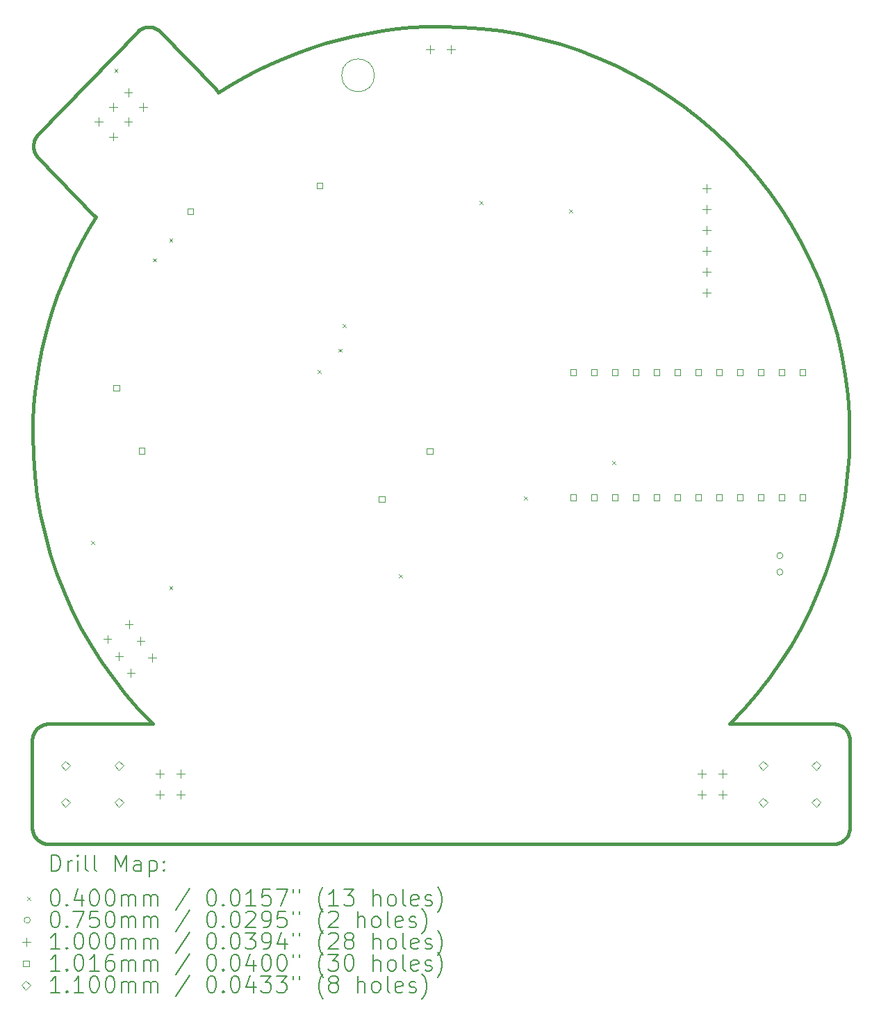
<source format=gbr>
%TF.GenerationSoftware,KiCad,Pcbnew,(6.0.7)*%
%TF.CreationDate,2022-08-23T13:49:27-07:00*%
%TF.ProjectId,DC31_Cnet_Badge_Rear,44433331-5f43-46e6-9574-5f4261646765,rev?*%
%TF.SameCoordinates,Original*%
%TF.FileFunction,Drillmap*%
%TF.FilePolarity,Positive*%
%FSLAX45Y45*%
G04 Gerber Fmt 4.5, Leading zero omitted, Abs format (unit mm)*
G04 Created by KiCad (PCBNEW (6.0.7)) date 2022-08-23 13:49:27*
%MOMM*%
%LPD*%
G01*
G04 APERTURE LIST*
%ADD10C,0.464309*%
%ADD11C,0.100000*%
%ADD12C,0.200000*%
%ADD13C,0.040000*%
%ADD14C,0.075000*%
%ADD15C,0.101600*%
%ADD16C,0.110000*%
G04 APERTURE END LIST*
D10*
X5073216Y-6602949D02*
X5079168Y-6610837D01*
X5043101Y-6541155D02*
X5046119Y-6550571D01*
X14908316Y-14935425D02*
X14915572Y-14929139D01*
X14977031Y-14821412D02*
X14978790Y-14811563D01*
X6488676Y-5036275D02*
X6479281Y-5034088D01*
X5021218Y-14811560D02*
X5022976Y-14821408D01*
X5040529Y-6531587D02*
X5043101Y-6541155D01*
X14390504Y-7656459D02*
X14270788Y-7444780D01*
X12126495Y-5500375D02*
X11904531Y-5402028D01*
X9283583Y-5076226D02*
X9106970Y-5105473D01*
X5787985Y-7341927D02*
X5791178Y-7344440D01*
X5188434Y-14978788D02*
X5198442Y-14980061D01*
X5092243Y-6338368D02*
X5092243Y-6338368D01*
X5019174Y-14791398D02*
X5019946Y-14801553D01*
X5178598Y-13522977D02*
X5168923Y-13525210D01*
X14811563Y-14978790D02*
X14821412Y-14977031D01*
X5027907Y-13659431D02*
X5025212Y-13668921D01*
X14980063Y-13698454D02*
X14978792Y-13688447D01*
X5862782Y-12761324D02*
X6003501Y-12960998D01*
X5064585Y-13591692D02*
X5058648Y-13599247D01*
X13519128Y-6480857D02*
X13340298Y-6310679D01*
X5208598Y-14980834D02*
X5218889Y-14981096D01*
X6365412Y-5045614D02*
X6356636Y-5049629D01*
X5053072Y-13607087D02*
X5047870Y-13615201D01*
X10975449Y-5119708D02*
X10734912Y-5077740D01*
X5046119Y-6550571D02*
X5049576Y-6559819D01*
X5018914Y-14781108D02*
X5018914Y-14781108D01*
X6374367Y-5042045D02*
X6365412Y-5045614D01*
X12960890Y-5999756D02*
X12761126Y-5859349D01*
X14867820Y-13538641D02*
X14858962Y-13534636D01*
X6339686Y-5058971D02*
X6331544Y-5064285D01*
X5067663Y-6369315D02*
X5062515Y-6377723D01*
X14922526Y-13577497D02*
X14915581Y-13570876D01*
X14831087Y-14974797D02*
X14840577Y-14972102D01*
X6411656Y-5032374D02*
X6402145Y-5034088D01*
X5047870Y-13615201D02*
X5043055Y-13623576D01*
X13514416Y-13518912D02*
X13684910Y-13340229D01*
X5141048Y-14965372D02*
X5150129Y-14968953D01*
X14781120Y-13518912D02*
X14781120Y-13518912D01*
X13996465Y-12961056D02*
X14137188Y-12761383D01*
X14961377Y-13632205D02*
X14956961Y-13623583D01*
X14981096Y-13718899D02*
X14981096Y-13718899D01*
X9640134Y-5036822D02*
X9461360Y-5053326D01*
X5018914Y-13718899D02*
X5018914Y-14781108D01*
X14952139Y-14884806D02*
X14956955Y-14876432D01*
X5023203Y-10000004D02*
X5023203Y-10000004D01*
X14970441Y-10246896D02*
X14976808Y-10000005D01*
X7756051Y-5561932D02*
X7597443Y-5646051D01*
X14387674Y-12343903D02*
X14497098Y-12126914D01*
X5048058Y-10492073D02*
X5078511Y-10735168D01*
X6323646Y-5070017D02*
X6316007Y-5076161D01*
X6579852Y-5089659D02*
X6579852Y-5089659D01*
X5178586Y-14977028D02*
X5188434Y-14978788D01*
X5794422Y-7346885D02*
X5794422Y-7346885D01*
X9461360Y-5053326D02*
X9283583Y-5076226D01*
X5067663Y-6594793D02*
X5073216Y-6602949D01*
X13514416Y-13518912D02*
X13514416Y-13518912D01*
X5051891Y-9474340D02*
X5036172Y-9648842D01*
X14935425Y-14908316D02*
X14941362Y-14900761D01*
X7266380Y-5799185D02*
X7262038Y-5794224D01*
X5702996Y-7497184D02*
X5617122Y-7650279D01*
X5272618Y-8452250D02*
X5221007Y-8618853D01*
X7257537Y-5789409D02*
X7257537Y-5789409D01*
X5150129Y-14968953D02*
X5159421Y-14972098D01*
X14970691Y-9753216D02*
X14952454Y-9508103D01*
X5218889Y-14981096D02*
X5218889Y-14981096D01*
X5062515Y-6377723D02*
X5057781Y-6386366D01*
X5038633Y-14867802D02*
X5043049Y-14876425D01*
X7288905Y-5831784D02*
X7285586Y-5826035D01*
X5141059Y-13534631D02*
X5132201Y-13538636D01*
X14821412Y-14977031D02*
X14831087Y-14974797D01*
X5084438Y-13570869D02*
X5077492Y-13577490D01*
X14978790Y-14811563D02*
X14980062Y-14801555D01*
X5123567Y-14956949D02*
X5132190Y-14961366D01*
X6392750Y-5036275D02*
X6383485Y-5038930D01*
X13684910Y-13340229D02*
X13845649Y-13154141D01*
X5077492Y-13577490D02*
X5070870Y-13584436D01*
X10000005Y-5023203D02*
X9819738Y-5026764D01*
X5049576Y-6404290D02*
X5046119Y-6413538D01*
X14801555Y-14980062D02*
X14811563Y-14978790D01*
X14981096Y-14781108D02*
X14981096Y-14781108D01*
X8931688Y-5141016D02*
X8757906Y-5182806D01*
X5462212Y-7964236D02*
X5393266Y-8124786D01*
X14981096Y-13718899D02*
X14980836Y-13708609D01*
X5043049Y-14876425D02*
X5047864Y-14884799D01*
X5099249Y-13558646D02*
X5091694Y-13564583D01*
X5034628Y-14858944D02*
X5038633Y-14867802D01*
X5198454Y-13519945D02*
X5188446Y-13521218D01*
X5019947Y-13698452D02*
X5019174Y-13708608D01*
X5123578Y-13543053D02*
X5115203Y-13547868D01*
X5062515Y-6586385D02*
X5067663Y-6594793D01*
X14974800Y-13668925D02*
X14972106Y-13659436D01*
X9999987Y-5023203D02*
X9999987Y-5023203D01*
X14952146Y-13615208D02*
X14946944Y-13607095D01*
X5034835Y-6471978D02*
X5034593Y-6482054D01*
X7597443Y-5646051D02*
X7441672Y-5736019D01*
X5168911Y-14974794D02*
X5178586Y-14977028D01*
X11678036Y-5314620D02*
X11447419Y-5238317D01*
X5085512Y-6345669D02*
X5079168Y-6353272D01*
X5036172Y-9648842D02*
X5026594Y-9824116D01*
X7441672Y-5736019D02*
X7288905Y-5831784D01*
X5769927Y-7325491D02*
X5772801Y-7328388D01*
X6549882Y-5064285D02*
X6541741Y-5058971D01*
X12555201Y-5729204D02*
X12343521Y-5609490D01*
X12761126Y-5859349D02*
X12555201Y-5729204D01*
X6316007Y-5076161D02*
X6308645Y-5082711D01*
X5781751Y-7336704D02*
X5784842Y-7339348D01*
X5049576Y-6559819D02*
X5053465Y-6568881D01*
X5772801Y-7328388D02*
X5775730Y-7331224D01*
X5316526Y-11678421D02*
X5404232Y-11904911D01*
X5218901Y-13518912D02*
X5208610Y-13519173D01*
X14140641Y-7238855D02*
X14000233Y-7039092D01*
X14781108Y-14981096D02*
X14791399Y-14980835D01*
X5791178Y-7344440D02*
X5794422Y-7346885D01*
X8247224Y-5345157D02*
X8081109Y-5411434D01*
X14952454Y-9508103D02*
X14922266Y-9265073D01*
X5018914Y-14781108D02*
X5019174Y-14791398D01*
X7270559Y-5804288D02*
X7266380Y-5799185D01*
X5084429Y-14929132D02*
X5091685Y-14935418D01*
X7274573Y-5809529D02*
X7270559Y-5804288D01*
X14961371Y-14867809D02*
X14965377Y-14858950D01*
X14821424Y-13522979D02*
X14811576Y-13521220D01*
X5038410Y-6442225D02*
X5036750Y-6452046D01*
X13689307Y-6659686D02*
X13519128Y-6480857D01*
X5769927Y-7325491D02*
X5769927Y-7325491D01*
X5099239Y-14941355D02*
X5107079Y-14946931D01*
X5159421Y-14972098D02*
X5168911Y-14974794D01*
X5022979Y-13678596D02*
X5021220Y-13688444D01*
X14791399Y-14980835D02*
X14801555Y-14980062D01*
X14915572Y-14929139D02*
X14922517Y-14922517D01*
X5208610Y-13519173D02*
X5198454Y-13519945D01*
X5073216Y-6361159D02*
X5067663Y-6369315D01*
X5057781Y-6386366D02*
X5053465Y-6395227D01*
X14849880Y-13531054D02*
X14840588Y-13527909D01*
X5502881Y-12126854D02*
X5612302Y-12343843D01*
X5031052Y-13650139D02*
X5027907Y-13659431D01*
X14867809Y-14961371D02*
X14876432Y-14956955D01*
X7262038Y-5794224D02*
X7257537Y-5789409D01*
X14976808Y-10000005D02*
X14970691Y-9753216D01*
X5035556Y-6502139D02*
X5036750Y-6512062D01*
X14965377Y-14858950D02*
X14968958Y-14849869D01*
X5132190Y-14961366D02*
X5141048Y-14965372D01*
X14876442Y-13543058D02*
X14867820Y-13538641D01*
X6003501Y-12960998D02*
X6154314Y-13154085D01*
X6572781Y-5082711D02*
X6565419Y-5076161D01*
X8585789Y-5230793D02*
X8415506Y-5284926D01*
X14781120Y-13518912D02*
X13514416Y-13518912D01*
X14892930Y-13553076D02*
X14884817Y-13547874D01*
X14595750Y-11904969D02*
X14683460Y-11678477D01*
X14000233Y-7039092D02*
X13849732Y-6845900D01*
X5115193Y-14952133D02*
X5123567Y-14956949D01*
X14900761Y-14941362D02*
X14908316Y-14935425D01*
X5393266Y-8124786D02*
X5330053Y-8287509D01*
X5064577Y-14908308D02*
X5070862Y-14915565D01*
X5188446Y-13521218D02*
X5178598Y-13522977D01*
X5036750Y-6512062D02*
X5038410Y-6521884D01*
X5150141Y-13531050D02*
X5141059Y-13534631D01*
X14761683Y-8552562D02*
X14685379Y-8321944D01*
X5404232Y-11904911D02*
X5502881Y-12126854D01*
X7282090Y-5820407D02*
X7278417Y-5814903D01*
X14974797Y-14831087D02*
X14977031Y-14821412D01*
X14683460Y-11678477D02*
X14760059Y-11447846D01*
X5085512Y-6618440D02*
X5092243Y-6625741D01*
X14956955Y-14876432D02*
X14961371Y-14867809D01*
X5078511Y-10735168D02*
X5120753Y-10975759D01*
X14978792Y-13688447D02*
X14977033Y-13678600D01*
X5135437Y-8957020D02*
X5101568Y-9128274D01*
X14267647Y-12555529D02*
X14387674Y-12343903D01*
X11447419Y-5238317D02*
X11213087Y-5173291D01*
X5073704Y-9300766D02*
X5051891Y-9474340D01*
X5079168Y-6610837D02*
X5085512Y-6618440D01*
X7285586Y-5826035D02*
X7282090Y-5820407D01*
X6460162Y-5031142D02*
X6450470Y-5030397D01*
X5019174Y-13708608D02*
X5018914Y-13718899D01*
X14801567Y-13519947D02*
X14791411Y-13519173D01*
X5107079Y-14946931D02*
X5115193Y-14952133D01*
X5046119Y-6413538D02*
X5043101Y-6422954D01*
X14840577Y-14972102D02*
X14849869Y-14968958D01*
X12343521Y-5609490D02*
X12126495Y-5500375D01*
X14956961Y-13623583D02*
X14952146Y-13615208D01*
X14972102Y-14840577D02*
X14974797Y-14831087D01*
X6301574Y-5089659D02*
X6301574Y-5089659D01*
X14760059Y-11447846D02*
X14825376Y-11213484D01*
X14915581Y-13570876D02*
X14908325Y-13564590D01*
X6301574Y-5089659D02*
X5092243Y-6338368D01*
X5021220Y-13688444D02*
X5019947Y-13698452D01*
X5617122Y-7650279D02*
X5536846Y-7806015D01*
X13519128Y-6480857D02*
X13519128Y-6480857D01*
X14980062Y-14801555D02*
X14980835Y-14791399D01*
X5091694Y-13564583D02*
X5084438Y-13570869D01*
X14935432Y-13591699D02*
X14929147Y-13584443D01*
X5115203Y-13547868D02*
X5107089Y-13553070D01*
X6485542Y-13518861D02*
X5218901Y-13518912D01*
X7288905Y-5831784D02*
X7288905Y-5831784D01*
X6154314Y-13154085D02*
X6315051Y-13340175D01*
X6541741Y-5058971D02*
X6533371Y-5054084D01*
X8081109Y-5411434D02*
X7917329Y-5483709D01*
X6479281Y-5034088D02*
X6469770Y-5032374D01*
X5778714Y-7333996D02*
X5781751Y-7336704D01*
X14965381Y-13641063D02*
X14961377Y-13632205D01*
X14922517Y-14922517D02*
X14929139Y-14915572D01*
X5101568Y-9128274D02*
X5073704Y-9300766D01*
X5053465Y-6395227D02*
X5049576Y-6404290D01*
X5077484Y-14922510D02*
X5084429Y-14929132D01*
X14858950Y-14965377D02*
X14867809Y-14961371D01*
X14968958Y-14849869D02*
X14972102Y-14840577D01*
X14826711Y-8786894D02*
X14761683Y-8552562D01*
X5053065Y-14892913D02*
X5058641Y-14900754D01*
X14831099Y-13525213D02*
X14821424Y-13522979D01*
X6497941Y-5038930D02*
X6488676Y-5036275D01*
X5218901Y-13518912D02*
X5218901Y-13518912D01*
X14858962Y-13534636D02*
X14849880Y-13531054D01*
X6440713Y-5030148D02*
X6440713Y-5030148D01*
X5330053Y-8287509D02*
X5272618Y-8452250D01*
X14840588Y-13527909D02*
X14831099Y-13525213D01*
X5174616Y-11213437D02*
X5239930Y-11447794D01*
X5168923Y-13525210D02*
X5159433Y-13527906D01*
X5092243Y-6625741D02*
X5769927Y-7325491D01*
X6565419Y-5076161D02*
X6557781Y-5070017D01*
X5026594Y-9824116D02*
X5023203Y-10000004D01*
X5091685Y-14935418D02*
X5099239Y-14941355D01*
X5025209Y-14831082D02*
X5027904Y-14840572D01*
X14929147Y-13584443D02*
X14922526Y-13577497D01*
X6469770Y-5032374D02*
X6460162Y-5031142D01*
X14884806Y-14952139D02*
X14892920Y-14946937D01*
X5058648Y-13599247D02*
X5053072Y-13607087D01*
X14781108Y-14981096D02*
X14781108Y-14981096D01*
X5218889Y-14981096D02*
X14781108Y-14981096D01*
X5775730Y-7331224D02*
X5778714Y-7333996D01*
X9106970Y-5105473D02*
X8931688Y-5141016D01*
X6516015Y-5045614D02*
X6507060Y-5042045D01*
X7257537Y-5789409D02*
X6579852Y-5089659D01*
X5038410Y-6521884D02*
X5040529Y-6531587D01*
X9819738Y-5026764D02*
X9640134Y-5036822D01*
X6430956Y-5030397D02*
X6421265Y-5031142D01*
X6331544Y-5064285D02*
X6323646Y-5070017D01*
X5023203Y-10000004D02*
X5029566Y-10246883D01*
X5536846Y-7806015D02*
X5462212Y-7964236D01*
X14946937Y-14892920D02*
X14952139Y-14884806D01*
X14597968Y-8095449D02*
X14499620Y-7873485D01*
X5092243Y-6338368D02*
X5085512Y-6345669D01*
X6421265Y-5031142D02*
X6411656Y-5032374D01*
X5034593Y-6482054D02*
X5034835Y-6492131D01*
X5043101Y-6422954D02*
X5040529Y-6432522D01*
X14968962Y-13650144D02*
X14965381Y-13641063D01*
X14941369Y-13599254D02*
X14935432Y-13591699D01*
X5612302Y-12343843D02*
X5732325Y-12555469D01*
X5036750Y-6452046D02*
X5035556Y-6461969D01*
X14270788Y-7444780D02*
X14140641Y-7238855D01*
X14980836Y-13708609D02*
X14980063Y-13698454D01*
X8415506Y-5284926D02*
X8247224Y-5345157D01*
X5120753Y-10975759D02*
X5174616Y-11213437D01*
X14976808Y-10000005D02*
X14976808Y-10000005D01*
X10246773Y-5029318D02*
X9999987Y-5023203D01*
X14879243Y-10975800D02*
X14921489Y-10735202D01*
X5029566Y-10246883D02*
X5048058Y-10492073D01*
X5784842Y-7339348D02*
X5787985Y-7341927D01*
X5057781Y-6577743D02*
X5062515Y-6586385D01*
X6450470Y-5030397D02*
X6440713Y-5030148D01*
X5053465Y-6568881D02*
X5057781Y-6577743D01*
X10491884Y-5047553D02*
X10246773Y-5029318D01*
X9999987Y-5023203D02*
X10000005Y-5023203D01*
X6507060Y-5042045D02*
X6497941Y-5038930D01*
D11*
X9190000Y-5620000D02*
G75*
G03*
X9190000Y-5620000I-200000J0D01*
G01*
D10*
X5040529Y-6432522D02*
X5038410Y-6442225D01*
X5732325Y-12555469D02*
X5862782Y-12761324D01*
X14811576Y-13521220D02*
X14801567Y-13519947D01*
X5043055Y-13623576D02*
X5038638Y-13632199D01*
X5019946Y-14801553D02*
X5021218Y-14811560D01*
X14849869Y-14968958D02*
X14858950Y-14965377D01*
X14922266Y-9265073D02*
X14880295Y-9024534D01*
X5058641Y-14900754D02*
X5064577Y-14908308D01*
X5070862Y-14915565D02*
X5077484Y-14922510D01*
X5018914Y-13718899D02*
X5018914Y-13718899D01*
X6440713Y-5030148D02*
X6430956Y-5030397D01*
X6402145Y-5034088D02*
X6392750Y-5036275D01*
X5175265Y-8787161D02*
X5135437Y-8957020D01*
X5794422Y-7346885D02*
X5702996Y-7497184D01*
X5221007Y-8618853D02*
X5175265Y-8787161D01*
X14951945Y-10492098D02*
X14970441Y-10246896D01*
X6533371Y-5054084D02*
X6524791Y-5049629D01*
X5132201Y-13538636D02*
X5123578Y-13543053D01*
X8757906Y-5182806D02*
X8585789Y-5230793D01*
X5239930Y-11447794D02*
X5316526Y-11678421D01*
X5025212Y-13668921D02*
X5022979Y-13678596D01*
X5022976Y-14821408D02*
X5025209Y-14831082D01*
X14929139Y-14915572D02*
X14935425Y-14908316D01*
X14941362Y-14900761D02*
X14946937Y-14892920D01*
X5107089Y-13553070D02*
X5099249Y-13558646D01*
X14685379Y-8321944D02*
X14597968Y-8095449D01*
X13845649Y-13154141D02*
X13996465Y-12961056D01*
X7278417Y-5814903D02*
X7274573Y-5809529D01*
X14497098Y-12126914D02*
X14595750Y-11904969D01*
X5070870Y-13584436D02*
X5064585Y-13591692D01*
X14499620Y-7873485D02*
X14390504Y-7656459D01*
X14972106Y-13659436D02*
X14968962Y-13650144D01*
X5034835Y-6492131D02*
X5035556Y-6502139D01*
X6383485Y-5038930D02*
X6374367Y-5042045D01*
X5092243Y-6625741D02*
X5092243Y-6625741D01*
X6356636Y-5049629D02*
X6348055Y-5054084D01*
X14977033Y-13678600D02*
X14974800Y-13668925D01*
X11904531Y-5402028D02*
X11678036Y-5314620D01*
X14791411Y-13519173D02*
X14781120Y-13518912D01*
X14137188Y-12761383D02*
X14267647Y-12555529D01*
X11213087Y-5173291D02*
X10975449Y-5119708D01*
X14825376Y-11213484D02*
X14879243Y-10975800D01*
X5198442Y-14980061D02*
X5208598Y-14980834D01*
X5034633Y-13641057D02*
X5031052Y-13650139D01*
X6579852Y-5089659D02*
X6572781Y-5082711D01*
X5027904Y-14840572D02*
X5031048Y-14849863D01*
X5079168Y-6353272D02*
X5073216Y-6361159D01*
X14921489Y-10735202D02*
X14951945Y-10492098D01*
X13340298Y-6310679D02*
X13154083Y-6150256D01*
X14980835Y-14791399D02*
X14981096Y-14781108D01*
X6348055Y-5054084D02*
X6339686Y-5058971D01*
X5034593Y-6482054D02*
X5034593Y-6482054D01*
X13154083Y-6150256D02*
X12960890Y-5999756D01*
X6315051Y-13340175D02*
X6485542Y-13518861D01*
X14900771Y-13558652D02*
X14892930Y-13553076D01*
X5159433Y-13527906D02*
X5150141Y-13531050D01*
X13849732Y-6845900D02*
X13689307Y-6659686D01*
X10734912Y-5077740D02*
X10491884Y-5047553D01*
X14884817Y-13547874D02*
X14876442Y-13543058D01*
X14946944Y-13607095D02*
X14941369Y-13599254D01*
X14908325Y-13564590D02*
X14900771Y-13558652D01*
X14880295Y-9024534D02*
X14826711Y-8786894D01*
X6524791Y-5049629D02*
X6516015Y-5045614D01*
X5031048Y-14849863D02*
X5034628Y-14858944D01*
X14892920Y-14946937D02*
X14900761Y-14941362D01*
X5047864Y-14884799D02*
X5053065Y-14892913D01*
X14876432Y-14956955D02*
X14884806Y-14952139D01*
X5035556Y-6461969D02*
X5034835Y-6471978D01*
X6308645Y-5082711D02*
X6301574Y-5089659D01*
X6557781Y-5070017D02*
X6549882Y-5064285D01*
X5038638Y-13632199D02*
X5034633Y-13641057D01*
X7917329Y-5483709D02*
X7756051Y-5561932D01*
X6485542Y-13518861D02*
X6485542Y-13518861D01*
X14981096Y-14781108D02*
X14981096Y-13718899D01*
D12*
D13*
X5740000Y-11290000D02*
X5780000Y-11330000D01*
X5780000Y-11290000D02*
X5740000Y-11330000D01*
X6020000Y-5540000D02*
X6060000Y-5580000D01*
X6060000Y-5540000D02*
X6020000Y-5580000D01*
X6490000Y-7850000D02*
X6530000Y-7890000D01*
X6530000Y-7850000D02*
X6490000Y-7890000D01*
X6690000Y-7610000D02*
X6730000Y-7650000D01*
X6730000Y-7610000D02*
X6690000Y-7650000D01*
X6690000Y-11840000D02*
X6730000Y-11880000D01*
X6730000Y-11840000D02*
X6690000Y-11880000D01*
X8500000Y-9210000D02*
X8540000Y-9250000D01*
X8540000Y-9210000D02*
X8500000Y-9250000D01*
X8750000Y-8950000D02*
X8790000Y-8990000D01*
X8790000Y-8950000D02*
X8750000Y-8990000D01*
X8800000Y-8650000D02*
X8840000Y-8690000D01*
X8840000Y-8650000D02*
X8800000Y-8690000D01*
X9490000Y-11700000D02*
X9530000Y-11740000D01*
X9530000Y-11700000D02*
X9490000Y-11740000D01*
X10470000Y-7150000D02*
X10510000Y-7190000D01*
X10510000Y-7150000D02*
X10470000Y-7190000D01*
X11010000Y-10750000D02*
X11050000Y-10790000D01*
X11050000Y-10750000D02*
X11010000Y-10790000D01*
X11560000Y-7250000D02*
X11600000Y-7290000D01*
X11600000Y-7250000D02*
X11560000Y-7290000D01*
X12090000Y-10320000D02*
X12130000Y-10360000D01*
X12130000Y-10320000D02*
X12090000Y-10360000D01*
D14*
X14167500Y-11470000D02*
G75*
G03*
X14167500Y-11470000I-37500J0D01*
G01*
X14167500Y-11670000D02*
G75*
G03*
X14167500Y-11670000I-37500J0D01*
G01*
D11*
X5830239Y-6137328D02*
X5830239Y-6237328D01*
X5780239Y-6187328D02*
X5880239Y-6187328D01*
X5935542Y-12436984D02*
X5935542Y-12536984D01*
X5885542Y-12486984D02*
X5985542Y-12486984D01*
X6009844Y-5957723D02*
X6009844Y-6057723D01*
X5959844Y-6007723D02*
X6059844Y-6007723D01*
X6009844Y-6316933D02*
X6009844Y-6416933D01*
X5959844Y-6366933D02*
X6059844Y-6366933D01*
X6078936Y-12641772D02*
X6078936Y-12741772D01*
X6028936Y-12691772D02*
X6128936Y-12691772D01*
X6189449Y-5778117D02*
X6189449Y-5878117D01*
X6139449Y-5828117D02*
X6239449Y-5828117D01*
X6189449Y-6137328D02*
X6189449Y-6237328D01*
X6139449Y-6187328D02*
X6239449Y-6187328D01*
X6197670Y-12253440D02*
X6197670Y-12353440D01*
X6147670Y-12303440D02*
X6247670Y-12303440D01*
X6222330Y-12846560D02*
X6222330Y-12946560D01*
X6172330Y-12896560D02*
X6272330Y-12896560D01*
X6341064Y-12458228D02*
X6341064Y-12558228D01*
X6291064Y-12508228D02*
X6391064Y-12508228D01*
X6369054Y-5957723D02*
X6369054Y-6057723D01*
X6319054Y-6007723D02*
X6419054Y-6007723D01*
X6484458Y-12663016D02*
X6484458Y-12763016D01*
X6434458Y-12713016D02*
X6534458Y-12713016D01*
X6575000Y-14075000D02*
X6575000Y-14175000D01*
X6525000Y-14125000D02*
X6625000Y-14125000D01*
X6575000Y-14329000D02*
X6575000Y-14429000D01*
X6525000Y-14379000D02*
X6625000Y-14379000D01*
X6829000Y-14075000D02*
X6829000Y-14175000D01*
X6779000Y-14125000D02*
X6879000Y-14125000D01*
X6829000Y-14329000D02*
X6829000Y-14429000D01*
X6779000Y-14379000D02*
X6879000Y-14379000D01*
X9871000Y-5252500D02*
X9871000Y-5352500D01*
X9821000Y-5302500D02*
X9921000Y-5302500D01*
X10125000Y-5252500D02*
X10125000Y-5352500D01*
X10075000Y-5302500D02*
X10175000Y-5302500D01*
X13175000Y-14075000D02*
X13175000Y-14175000D01*
X13125000Y-14125000D02*
X13225000Y-14125000D01*
X13175000Y-14329000D02*
X13175000Y-14429000D01*
X13125000Y-14379000D02*
X13225000Y-14379000D01*
X13240000Y-6950000D02*
X13240000Y-7050000D01*
X13190000Y-7000000D02*
X13290000Y-7000000D01*
X13240000Y-7204000D02*
X13240000Y-7304000D01*
X13190000Y-7254000D02*
X13290000Y-7254000D01*
X13240000Y-7458000D02*
X13240000Y-7558000D01*
X13190000Y-7508000D02*
X13290000Y-7508000D01*
X13240000Y-7712000D02*
X13240000Y-7812000D01*
X13190000Y-7762000D02*
X13290000Y-7762000D01*
X13240000Y-7966000D02*
X13240000Y-8066000D01*
X13190000Y-8016000D02*
X13290000Y-8016000D01*
X13240000Y-8220000D02*
X13240000Y-8320000D01*
X13190000Y-8270000D02*
X13290000Y-8270000D01*
X13429000Y-14075000D02*
X13429000Y-14175000D01*
X13379000Y-14125000D02*
X13479000Y-14125000D01*
X13429000Y-14329000D02*
X13429000Y-14429000D01*
X13379000Y-14379000D02*
X13479000Y-14379000D01*
D15*
X6080901Y-9464701D02*
X6080901Y-9392859D01*
X6009059Y-9392859D01*
X6009059Y-9464701D01*
X6080901Y-9464701D01*
X6390781Y-10229241D02*
X6390781Y-10157399D01*
X6318939Y-10157399D01*
X6318939Y-10229241D01*
X6390781Y-10229241D01*
X6982601Y-7310781D02*
X6982601Y-7238939D01*
X6910759Y-7238939D01*
X6910759Y-7310781D01*
X6982601Y-7310781D01*
X8557401Y-7000901D02*
X8557401Y-6929059D01*
X8485559Y-6929059D01*
X8485559Y-7000901D01*
X8557401Y-7000901D01*
X9314321Y-10818521D02*
X9314321Y-10746679D01*
X9242479Y-10746679D01*
X9242479Y-10818521D01*
X9314321Y-10818521D01*
X9898521Y-10231781D02*
X9898521Y-10159939D01*
X9826679Y-10159939D01*
X9826679Y-10231781D01*
X9898521Y-10231781D01*
X11648421Y-9273921D02*
X11648421Y-9202079D01*
X11576579Y-9202079D01*
X11576579Y-9273921D01*
X11648421Y-9273921D01*
X11648421Y-10797921D02*
X11648421Y-10726079D01*
X11576579Y-10726079D01*
X11576579Y-10797921D01*
X11648421Y-10797921D01*
X11902421Y-9273921D02*
X11902421Y-9202079D01*
X11830579Y-9202079D01*
X11830579Y-9273921D01*
X11902421Y-9273921D01*
X11902421Y-10797921D02*
X11902421Y-10726079D01*
X11830579Y-10726079D01*
X11830579Y-10797921D01*
X11902421Y-10797921D01*
X12156421Y-9273921D02*
X12156421Y-9202079D01*
X12084579Y-9202079D01*
X12084579Y-9273921D01*
X12156421Y-9273921D01*
X12156421Y-10797921D02*
X12156421Y-10726079D01*
X12084579Y-10726079D01*
X12084579Y-10797921D01*
X12156421Y-10797921D01*
X12410421Y-9273921D02*
X12410421Y-9202079D01*
X12338579Y-9202079D01*
X12338579Y-9273921D01*
X12410421Y-9273921D01*
X12410421Y-10797921D02*
X12410421Y-10726079D01*
X12338579Y-10726079D01*
X12338579Y-10797921D01*
X12410421Y-10797921D01*
X12664421Y-9273921D02*
X12664421Y-9202079D01*
X12592579Y-9202079D01*
X12592579Y-9273921D01*
X12664421Y-9273921D01*
X12664421Y-10797921D02*
X12664421Y-10726079D01*
X12592579Y-10726079D01*
X12592579Y-10797921D01*
X12664421Y-10797921D01*
X12918421Y-9273921D02*
X12918421Y-9202079D01*
X12846579Y-9202079D01*
X12846579Y-9273921D01*
X12918421Y-9273921D01*
X12918421Y-10797921D02*
X12918421Y-10726079D01*
X12846579Y-10726079D01*
X12846579Y-10797921D01*
X12918421Y-10797921D01*
X13172421Y-9273921D02*
X13172421Y-9202079D01*
X13100579Y-9202079D01*
X13100579Y-9273921D01*
X13172421Y-9273921D01*
X13172421Y-10797921D02*
X13172421Y-10726079D01*
X13100579Y-10726079D01*
X13100579Y-10797921D01*
X13172421Y-10797921D01*
X13426421Y-9273921D02*
X13426421Y-9202079D01*
X13354579Y-9202079D01*
X13354579Y-9273921D01*
X13426421Y-9273921D01*
X13426421Y-10797921D02*
X13426421Y-10726079D01*
X13354579Y-10726079D01*
X13354579Y-10797921D01*
X13426421Y-10797921D01*
X13680421Y-9273921D02*
X13680421Y-9202079D01*
X13608579Y-9202079D01*
X13608579Y-9273921D01*
X13680421Y-9273921D01*
X13680421Y-10797921D02*
X13680421Y-10726079D01*
X13608579Y-10726079D01*
X13608579Y-10797921D01*
X13680421Y-10797921D01*
X13934421Y-9273921D02*
X13934421Y-9202079D01*
X13862579Y-9202079D01*
X13862579Y-9273921D01*
X13934421Y-9273921D01*
X13934421Y-10797921D02*
X13934421Y-10726079D01*
X13862579Y-10726079D01*
X13862579Y-10797921D01*
X13934421Y-10797921D01*
X14188421Y-9273921D02*
X14188421Y-9202079D01*
X14116579Y-9202079D01*
X14116579Y-9273921D01*
X14188421Y-9273921D01*
X14188421Y-10797921D02*
X14188421Y-10726079D01*
X14116579Y-10726079D01*
X14116579Y-10797921D01*
X14188421Y-10797921D01*
X14442421Y-9273921D02*
X14442421Y-9202079D01*
X14370579Y-9202079D01*
X14370579Y-9273921D01*
X14442421Y-9273921D01*
X14442421Y-10797921D02*
X14442421Y-10726079D01*
X14370579Y-10726079D01*
X14370579Y-10797921D01*
X14442421Y-10797921D01*
D16*
X5425000Y-14080000D02*
X5480000Y-14025000D01*
X5425000Y-13970000D01*
X5370000Y-14025000D01*
X5425000Y-14080000D01*
X5425000Y-14530000D02*
X5480000Y-14475000D01*
X5425000Y-14420000D01*
X5370000Y-14475000D01*
X5425000Y-14530000D01*
X6075000Y-14080000D02*
X6130000Y-14025000D01*
X6075000Y-13970000D01*
X6020000Y-14025000D01*
X6075000Y-14080000D01*
X6075000Y-14530000D02*
X6130000Y-14475000D01*
X6075000Y-14420000D01*
X6020000Y-14475000D01*
X6075000Y-14530000D01*
X13925000Y-14080000D02*
X13980000Y-14025000D01*
X13925000Y-13970000D01*
X13870000Y-14025000D01*
X13925000Y-14080000D01*
X13925000Y-14530000D02*
X13980000Y-14475000D01*
X13925000Y-14420000D01*
X13870000Y-14475000D01*
X13925000Y-14530000D01*
X14575000Y-14080000D02*
X14630000Y-14025000D01*
X14575000Y-13970000D01*
X14520000Y-14025000D01*
X14575000Y-14080000D01*
X14575000Y-14530000D02*
X14630000Y-14475000D01*
X14575000Y-14420000D01*
X14520000Y-14475000D01*
X14575000Y-14530000D01*
D12*
X5253317Y-15314787D02*
X5253317Y-15114787D01*
X5300936Y-15114787D01*
X5329508Y-15124311D01*
X5348555Y-15143359D01*
X5358079Y-15162406D01*
X5367603Y-15200502D01*
X5367603Y-15229073D01*
X5358079Y-15267168D01*
X5348555Y-15286216D01*
X5329508Y-15305264D01*
X5300936Y-15314787D01*
X5253317Y-15314787D01*
X5453317Y-15314787D02*
X5453317Y-15181454D01*
X5453317Y-15219549D02*
X5462841Y-15200502D01*
X5472365Y-15190978D01*
X5491412Y-15181454D01*
X5510460Y-15181454D01*
X5577127Y-15314787D02*
X5577127Y-15181454D01*
X5577127Y-15114787D02*
X5567603Y-15124311D01*
X5577127Y-15133835D01*
X5586651Y-15124311D01*
X5577127Y-15114787D01*
X5577127Y-15133835D01*
X5700936Y-15314787D02*
X5681889Y-15305264D01*
X5672365Y-15286216D01*
X5672365Y-15114787D01*
X5805698Y-15314787D02*
X5786650Y-15305264D01*
X5777127Y-15286216D01*
X5777127Y-15114787D01*
X6034270Y-15314787D02*
X6034270Y-15114787D01*
X6100936Y-15257645D01*
X6167603Y-15114787D01*
X6167603Y-15314787D01*
X6348555Y-15314787D02*
X6348555Y-15210025D01*
X6339031Y-15190978D01*
X6319984Y-15181454D01*
X6281889Y-15181454D01*
X6262841Y-15190978D01*
X6348555Y-15305264D02*
X6329508Y-15314787D01*
X6281889Y-15314787D01*
X6262841Y-15305264D01*
X6253317Y-15286216D01*
X6253317Y-15267168D01*
X6262841Y-15248121D01*
X6281889Y-15238597D01*
X6329508Y-15238597D01*
X6348555Y-15229073D01*
X6443793Y-15181454D02*
X6443793Y-15381454D01*
X6443793Y-15190978D02*
X6462841Y-15181454D01*
X6500936Y-15181454D01*
X6519984Y-15190978D01*
X6529508Y-15200502D01*
X6539031Y-15219549D01*
X6539031Y-15276692D01*
X6529508Y-15295740D01*
X6519984Y-15305264D01*
X6500936Y-15314787D01*
X6462841Y-15314787D01*
X6443793Y-15305264D01*
X6624746Y-15295740D02*
X6634270Y-15305264D01*
X6624746Y-15314787D01*
X6615222Y-15305264D01*
X6624746Y-15295740D01*
X6624746Y-15314787D01*
X6624746Y-15190978D02*
X6634270Y-15200502D01*
X6624746Y-15210025D01*
X6615222Y-15200502D01*
X6624746Y-15190978D01*
X6624746Y-15210025D01*
D13*
X4955698Y-15624311D02*
X4995698Y-15664311D01*
X4995698Y-15624311D02*
X4955698Y-15664311D01*
D12*
X5291412Y-15534787D02*
X5310460Y-15534787D01*
X5329508Y-15544311D01*
X5339032Y-15553835D01*
X5348555Y-15572883D01*
X5358079Y-15610978D01*
X5358079Y-15658597D01*
X5348555Y-15696692D01*
X5339032Y-15715740D01*
X5329508Y-15725264D01*
X5310460Y-15734787D01*
X5291412Y-15734787D01*
X5272365Y-15725264D01*
X5262841Y-15715740D01*
X5253317Y-15696692D01*
X5243793Y-15658597D01*
X5243793Y-15610978D01*
X5253317Y-15572883D01*
X5262841Y-15553835D01*
X5272365Y-15544311D01*
X5291412Y-15534787D01*
X5443793Y-15715740D02*
X5453317Y-15725264D01*
X5443793Y-15734787D01*
X5434270Y-15725264D01*
X5443793Y-15715740D01*
X5443793Y-15734787D01*
X5624746Y-15601454D02*
X5624746Y-15734787D01*
X5577127Y-15525264D02*
X5529508Y-15668121D01*
X5653317Y-15668121D01*
X5767603Y-15534787D02*
X5786650Y-15534787D01*
X5805698Y-15544311D01*
X5815222Y-15553835D01*
X5824746Y-15572883D01*
X5834270Y-15610978D01*
X5834270Y-15658597D01*
X5824746Y-15696692D01*
X5815222Y-15715740D01*
X5805698Y-15725264D01*
X5786650Y-15734787D01*
X5767603Y-15734787D01*
X5748555Y-15725264D01*
X5739031Y-15715740D01*
X5729508Y-15696692D01*
X5719984Y-15658597D01*
X5719984Y-15610978D01*
X5729508Y-15572883D01*
X5739031Y-15553835D01*
X5748555Y-15544311D01*
X5767603Y-15534787D01*
X5958079Y-15534787D02*
X5977127Y-15534787D01*
X5996174Y-15544311D01*
X6005698Y-15553835D01*
X6015222Y-15572883D01*
X6024746Y-15610978D01*
X6024746Y-15658597D01*
X6015222Y-15696692D01*
X6005698Y-15715740D01*
X5996174Y-15725264D01*
X5977127Y-15734787D01*
X5958079Y-15734787D01*
X5939031Y-15725264D01*
X5929508Y-15715740D01*
X5919984Y-15696692D01*
X5910460Y-15658597D01*
X5910460Y-15610978D01*
X5919984Y-15572883D01*
X5929508Y-15553835D01*
X5939031Y-15544311D01*
X5958079Y-15534787D01*
X6110460Y-15734787D02*
X6110460Y-15601454D01*
X6110460Y-15620502D02*
X6119984Y-15610978D01*
X6139031Y-15601454D01*
X6167603Y-15601454D01*
X6186650Y-15610978D01*
X6196174Y-15630025D01*
X6196174Y-15734787D01*
X6196174Y-15630025D02*
X6205698Y-15610978D01*
X6224746Y-15601454D01*
X6253317Y-15601454D01*
X6272365Y-15610978D01*
X6281889Y-15630025D01*
X6281889Y-15734787D01*
X6377127Y-15734787D02*
X6377127Y-15601454D01*
X6377127Y-15620502D02*
X6386650Y-15610978D01*
X6405698Y-15601454D01*
X6434270Y-15601454D01*
X6453317Y-15610978D01*
X6462841Y-15630025D01*
X6462841Y-15734787D01*
X6462841Y-15630025D02*
X6472365Y-15610978D01*
X6491412Y-15601454D01*
X6519984Y-15601454D01*
X6539031Y-15610978D01*
X6548555Y-15630025D01*
X6548555Y-15734787D01*
X6939031Y-15525264D02*
X6767603Y-15782406D01*
X7196174Y-15534787D02*
X7215222Y-15534787D01*
X7234270Y-15544311D01*
X7243793Y-15553835D01*
X7253317Y-15572883D01*
X7262841Y-15610978D01*
X7262841Y-15658597D01*
X7253317Y-15696692D01*
X7243793Y-15715740D01*
X7234270Y-15725264D01*
X7215222Y-15734787D01*
X7196174Y-15734787D01*
X7177127Y-15725264D01*
X7167603Y-15715740D01*
X7158079Y-15696692D01*
X7148555Y-15658597D01*
X7148555Y-15610978D01*
X7158079Y-15572883D01*
X7167603Y-15553835D01*
X7177127Y-15544311D01*
X7196174Y-15534787D01*
X7348555Y-15715740D02*
X7358079Y-15725264D01*
X7348555Y-15734787D01*
X7339031Y-15725264D01*
X7348555Y-15715740D01*
X7348555Y-15734787D01*
X7481889Y-15534787D02*
X7500936Y-15534787D01*
X7519984Y-15544311D01*
X7529508Y-15553835D01*
X7539031Y-15572883D01*
X7548555Y-15610978D01*
X7548555Y-15658597D01*
X7539031Y-15696692D01*
X7529508Y-15715740D01*
X7519984Y-15725264D01*
X7500936Y-15734787D01*
X7481889Y-15734787D01*
X7462841Y-15725264D01*
X7453317Y-15715740D01*
X7443793Y-15696692D01*
X7434270Y-15658597D01*
X7434270Y-15610978D01*
X7443793Y-15572883D01*
X7453317Y-15553835D01*
X7462841Y-15544311D01*
X7481889Y-15534787D01*
X7739031Y-15734787D02*
X7624746Y-15734787D01*
X7681889Y-15734787D02*
X7681889Y-15534787D01*
X7662841Y-15563359D01*
X7643793Y-15582406D01*
X7624746Y-15591930D01*
X7919984Y-15534787D02*
X7824746Y-15534787D01*
X7815222Y-15630025D01*
X7824746Y-15620502D01*
X7843793Y-15610978D01*
X7891412Y-15610978D01*
X7910460Y-15620502D01*
X7919984Y-15630025D01*
X7929508Y-15649073D01*
X7929508Y-15696692D01*
X7919984Y-15715740D01*
X7910460Y-15725264D01*
X7891412Y-15734787D01*
X7843793Y-15734787D01*
X7824746Y-15725264D01*
X7815222Y-15715740D01*
X7996174Y-15534787D02*
X8129508Y-15534787D01*
X8043793Y-15734787D01*
X8196174Y-15534787D02*
X8196174Y-15572883D01*
X8272365Y-15534787D02*
X8272365Y-15572883D01*
X8567603Y-15810978D02*
X8558079Y-15801454D01*
X8539032Y-15772883D01*
X8529508Y-15753835D01*
X8519984Y-15725264D01*
X8510460Y-15677645D01*
X8510460Y-15639549D01*
X8519984Y-15591930D01*
X8529508Y-15563359D01*
X8539032Y-15544311D01*
X8558079Y-15515740D01*
X8567603Y-15506216D01*
X8748555Y-15734787D02*
X8634270Y-15734787D01*
X8691412Y-15734787D02*
X8691412Y-15534787D01*
X8672365Y-15563359D01*
X8653317Y-15582406D01*
X8634270Y-15591930D01*
X8815222Y-15534787D02*
X8939032Y-15534787D01*
X8872365Y-15610978D01*
X8900936Y-15610978D01*
X8919984Y-15620502D01*
X8929508Y-15630025D01*
X8939032Y-15649073D01*
X8939032Y-15696692D01*
X8929508Y-15715740D01*
X8919984Y-15725264D01*
X8900936Y-15734787D01*
X8843793Y-15734787D01*
X8824746Y-15725264D01*
X8815222Y-15715740D01*
X9177127Y-15734787D02*
X9177127Y-15534787D01*
X9262841Y-15734787D02*
X9262841Y-15630025D01*
X9253317Y-15610978D01*
X9234270Y-15601454D01*
X9205698Y-15601454D01*
X9186651Y-15610978D01*
X9177127Y-15620502D01*
X9386651Y-15734787D02*
X9367603Y-15725264D01*
X9358079Y-15715740D01*
X9348555Y-15696692D01*
X9348555Y-15639549D01*
X9358079Y-15620502D01*
X9367603Y-15610978D01*
X9386651Y-15601454D01*
X9415222Y-15601454D01*
X9434270Y-15610978D01*
X9443793Y-15620502D01*
X9453317Y-15639549D01*
X9453317Y-15696692D01*
X9443793Y-15715740D01*
X9434270Y-15725264D01*
X9415222Y-15734787D01*
X9386651Y-15734787D01*
X9567603Y-15734787D02*
X9548555Y-15725264D01*
X9539032Y-15706216D01*
X9539032Y-15534787D01*
X9719984Y-15725264D02*
X9700936Y-15734787D01*
X9662841Y-15734787D01*
X9643793Y-15725264D01*
X9634270Y-15706216D01*
X9634270Y-15630025D01*
X9643793Y-15610978D01*
X9662841Y-15601454D01*
X9700936Y-15601454D01*
X9719984Y-15610978D01*
X9729508Y-15630025D01*
X9729508Y-15649073D01*
X9634270Y-15668121D01*
X9805698Y-15725264D02*
X9824746Y-15734787D01*
X9862841Y-15734787D01*
X9881889Y-15725264D01*
X9891412Y-15706216D01*
X9891412Y-15696692D01*
X9881889Y-15677645D01*
X9862841Y-15668121D01*
X9834270Y-15668121D01*
X9815222Y-15658597D01*
X9805698Y-15639549D01*
X9805698Y-15630025D01*
X9815222Y-15610978D01*
X9834270Y-15601454D01*
X9862841Y-15601454D01*
X9881889Y-15610978D01*
X9958079Y-15810978D02*
X9967603Y-15801454D01*
X9986651Y-15772883D01*
X9996174Y-15753835D01*
X10005698Y-15725264D01*
X10015222Y-15677645D01*
X10015222Y-15639549D01*
X10005698Y-15591930D01*
X9996174Y-15563359D01*
X9986651Y-15544311D01*
X9967603Y-15515740D01*
X9958079Y-15506216D01*
D14*
X4995698Y-15908311D02*
G75*
G03*
X4995698Y-15908311I-37500J0D01*
G01*
D12*
X5291412Y-15798787D02*
X5310460Y-15798787D01*
X5329508Y-15808311D01*
X5339032Y-15817835D01*
X5348555Y-15836883D01*
X5358079Y-15874978D01*
X5358079Y-15922597D01*
X5348555Y-15960692D01*
X5339032Y-15979740D01*
X5329508Y-15989264D01*
X5310460Y-15998787D01*
X5291412Y-15998787D01*
X5272365Y-15989264D01*
X5262841Y-15979740D01*
X5253317Y-15960692D01*
X5243793Y-15922597D01*
X5243793Y-15874978D01*
X5253317Y-15836883D01*
X5262841Y-15817835D01*
X5272365Y-15808311D01*
X5291412Y-15798787D01*
X5443793Y-15979740D02*
X5453317Y-15989264D01*
X5443793Y-15998787D01*
X5434270Y-15989264D01*
X5443793Y-15979740D01*
X5443793Y-15998787D01*
X5519984Y-15798787D02*
X5653317Y-15798787D01*
X5567603Y-15998787D01*
X5824746Y-15798787D02*
X5729508Y-15798787D01*
X5719984Y-15894025D01*
X5729508Y-15884502D01*
X5748555Y-15874978D01*
X5796174Y-15874978D01*
X5815222Y-15884502D01*
X5824746Y-15894025D01*
X5834270Y-15913073D01*
X5834270Y-15960692D01*
X5824746Y-15979740D01*
X5815222Y-15989264D01*
X5796174Y-15998787D01*
X5748555Y-15998787D01*
X5729508Y-15989264D01*
X5719984Y-15979740D01*
X5958079Y-15798787D02*
X5977127Y-15798787D01*
X5996174Y-15808311D01*
X6005698Y-15817835D01*
X6015222Y-15836883D01*
X6024746Y-15874978D01*
X6024746Y-15922597D01*
X6015222Y-15960692D01*
X6005698Y-15979740D01*
X5996174Y-15989264D01*
X5977127Y-15998787D01*
X5958079Y-15998787D01*
X5939031Y-15989264D01*
X5929508Y-15979740D01*
X5919984Y-15960692D01*
X5910460Y-15922597D01*
X5910460Y-15874978D01*
X5919984Y-15836883D01*
X5929508Y-15817835D01*
X5939031Y-15808311D01*
X5958079Y-15798787D01*
X6110460Y-15998787D02*
X6110460Y-15865454D01*
X6110460Y-15884502D02*
X6119984Y-15874978D01*
X6139031Y-15865454D01*
X6167603Y-15865454D01*
X6186650Y-15874978D01*
X6196174Y-15894025D01*
X6196174Y-15998787D01*
X6196174Y-15894025D02*
X6205698Y-15874978D01*
X6224746Y-15865454D01*
X6253317Y-15865454D01*
X6272365Y-15874978D01*
X6281889Y-15894025D01*
X6281889Y-15998787D01*
X6377127Y-15998787D02*
X6377127Y-15865454D01*
X6377127Y-15884502D02*
X6386650Y-15874978D01*
X6405698Y-15865454D01*
X6434270Y-15865454D01*
X6453317Y-15874978D01*
X6462841Y-15894025D01*
X6462841Y-15998787D01*
X6462841Y-15894025D02*
X6472365Y-15874978D01*
X6491412Y-15865454D01*
X6519984Y-15865454D01*
X6539031Y-15874978D01*
X6548555Y-15894025D01*
X6548555Y-15998787D01*
X6939031Y-15789264D02*
X6767603Y-16046406D01*
X7196174Y-15798787D02*
X7215222Y-15798787D01*
X7234270Y-15808311D01*
X7243793Y-15817835D01*
X7253317Y-15836883D01*
X7262841Y-15874978D01*
X7262841Y-15922597D01*
X7253317Y-15960692D01*
X7243793Y-15979740D01*
X7234270Y-15989264D01*
X7215222Y-15998787D01*
X7196174Y-15998787D01*
X7177127Y-15989264D01*
X7167603Y-15979740D01*
X7158079Y-15960692D01*
X7148555Y-15922597D01*
X7148555Y-15874978D01*
X7158079Y-15836883D01*
X7167603Y-15817835D01*
X7177127Y-15808311D01*
X7196174Y-15798787D01*
X7348555Y-15979740D02*
X7358079Y-15989264D01*
X7348555Y-15998787D01*
X7339031Y-15989264D01*
X7348555Y-15979740D01*
X7348555Y-15998787D01*
X7481889Y-15798787D02*
X7500936Y-15798787D01*
X7519984Y-15808311D01*
X7529508Y-15817835D01*
X7539031Y-15836883D01*
X7548555Y-15874978D01*
X7548555Y-15922597D01*
X7539031Y-15960692D01*
X7529508Y-15979740D01*
X7519984Y-15989264D01*
X7500936Y-15998787D01*
X7481889Y-15998787D01*
X7462841Y-15989264D01*
X7453317Y-15979740D01*
X7443793Y-15960692D01*
X7434270Y-15922597D01*
X7434270Y-15874978D01*
X7443793Y-15836883D01*
X7453317Y-15817835D01*
X7462841Y-15808311D01*
X7481889Y-15798787D01*
X7624746Y-15817835D02*
X7634270Y-15808311D01*
X7653317Y-15798787D01*
X7700936Y-15798787D01*
X7719984Y-15808311D01*
X7729508Y-15817835D01*
X7739031Y-15836883D01*
X7739031Y-15855930D01*
X7729508Y-15884502D01*
X7615222Y-15998787D01*
X7739031Y-15998787D01*
X7834270Y-15998787D02*
X7872365Y-15998787D01*
X7891412Y-15989264D01*
X7900936Y-15979740D01*
X7919984Y-15951168D01*
X7929508Y-15913073D01*
X7929508Y-15836883D01*
X7919984Y-15817835D01*
X7910460Y-15808311D01*
X7891412Y-15798787D01*
X7853317Y-15798787D01*
X7834270Y-15808311D01*
X7824746Y-15817835D01*
X7815222Y-15836883D01*
X7815222Y-15884502D01*
X7824746Y-15903549D01*
X7834270Y-15913073D01*
X7853317Y-15922597D01*
X7891412Y-15922597D01*
X7910460Y-15913073D01*
X7919984Y-15903549D01*
X7929508Y-15884502D01*
X8110460Y-15798787D02*
X8015222Y-15798787D01*
X8005698Y-15894025D01*
X8015222Y-15884502D01*
X8034270Y-15874978D01*
X8081889Y-15874978D01*
X8100936Y-15884502D01*
X8110460Y-15894025D01*
X8119984Y-15913073D01*
X8119984Y-15960692D01*
X8110460Y-15979740D01*
X8100936Y-15989264D01*
X8081889Y-15998787D01*
X8034270Y-15998787D01*
X8015222Y-15989264D01*
X8005698Y-15979740D01*
X8196174Y-15798787D02*
X8196174Y-15836883D01*
X8272365Y-15798787D02*
X8272365Y-15836883D01*
X8567603Y-16074978D02*
X8558079Y-16065454D01*
X8539032Y-16036883D01*
X8529508Y-16017835D01*
X8519984Y-15989264D01*
X8510460Y-15941645D01*
X8510460Y-15903549D01*
X8519984Y-15855930D01*
X8529508Y-15827359D01*
X8539032Y-15808311D01*
X8558079Y-15779740D01*
X8567603Y-15770216D01*
X8634270Y-15817835D02*
X8643793Y-15808311D01*
X8662841Y-15798787D01*
X8710460Y-15798787D01*
X8729508Y-15808311D01*
X8739032Y-15817835D01*
X8748555Y-15836883D01*
X8748555Y-15855930D01*
X8739032Y-15884502D01*
X8624746Y-15998787D01*
X8748555Y-15998787D01*
X8986651Y-15998787D02*
X8986651Y-15798787D01*
X9072365Y-15998787D02*
X9072365Y-15894025D01*
X9062841Y-15874978D01*
X9043793Y-15865454D01*
X9015222Y-15865454D01*
X8996174Y-15874978D01*
X8986651Y-15884502D01*
X9196174Y-15998787D02*
X9177127Y-15989264D01*
X9167603Y-15979740D01*
X9158079Y-15960692D01*
X9158079Y-15903549D01*
X9167603Y-15884502D01*
X9177127Y-15874978D01*
X9196174Y-15865454D01*
X9224746Y-15865454D01*
X9243793Y-15874978D01*
X9253317Y-15884502D01*
X9262841Y-15903549D01*
X9262841Y-15960692D01*
X9253317Y-15979740D01*
X9243793Y-15989264D01*
X9224746Y-15998787D01*
X9196174Y-15998787D01*
X9377127Y-15998787D02*
X9358079Y-15989264D01*
X9348555Y-15970216D01*
X9348555Y-15798787D01*
X9529508Y-15989264D02*
X9510460Y-15998787D01*
X9472365Y-15998787D01*
X9453317Y-15989264D01*
X9443793Y-15970216D01*
X9443793Y-15894025D01*
X9453317Y-15874978D01*
X9472365Y-15865454D01*
X9510460Y-15865454D01*
X9529508Y-15874978D01*
X9539032Y-15894025D01*
X9539032Y-15913073D01*
X9443793Y-15932121D01*
X9615222Y-15989264D02*
X9634270Y-15998787D01*
X9672365Y-15998787D01*
X9691412Y-15989264D01*
X9700936Y-15970216D01*
X9700936Y-15960692D01*
X9691412Y-15941645D01*
X9672365Y-15932121D01*
X9643793Y-15932121D01*
X9624746Y-15922597D01*
X9615222Y-15903549D01*
X9615222Y-15894025D01*
X9624746Y-15874978D01*
X9643793Y-15865454D01*
X9672365Y-15865454D01*
X9691412Y-15874978D01*
X9767603Y-16074978D02*
X9777127Y-16065454D01*
X9796174Y-16036883D01*
X9805698Y-16017835D01*
X9815222Y-15989264D01*
X9824746Y-15941645D01*
X9824746Y-15903549D01*
X9815222Y-15855930D01*
X9805698Y-15827359D01*
X9796174Y-15808311D01*
X9777127Y-15779740D01*
X9767603Y-15770216D01*
D11*
X4945698Y-16122311D02*
X4945698Y-16222311D01*
X4895698Y-16172311D02*
X4995698Y-16172311D01*
D12*
X5358079Y-16262787D02*
X5243793Y-16262787D01*
X5300936Y-16262787D02*
X5300936Y-16062787D01*
X5281889Y-16091359D01*
X5262841Y-16110406D01*
X5243793Y-16119930D01*
X5443793Y-16243740D02*
X5453317Y-16253264D01*
X5443793Y-16262787D01*
X5434270Y-16253264D01*
X5443793Y-16243740D01*
X5443793Y-16262787D01*
X5577127Y-16062787D02*
X5596174Y-16062787D01*
X5615222Y-16072311D01*
X5624746Y-16081835D01*
X5634270Y-16100883D01*
X5643793Y-16138978D01*
X5643793Y-16186597D01*
X5634270Y-16224692D01*
X5624746Y-16243740D01*
X5615222Y-16253264D01*
X5596174Y-16262787D01*
X5577127Y-16262787D01*
X5558079Y-16253264D01*
X5548555Y-16243740D01*
X5539032Y-16224692D01*
X5529508Y-16186597D01*
X5529508Y-16138978D01*
X5539032Y-16100883D01*
X5548555Y-16081835D01*
X5558079Y-16072311D01*
X5577127Y-16062787D01*
X5767603Y-16062787D02*
X5786650Y-16062787D01*
X5805698Y-16072311D01*
X5815222Y-16081835D01*
X5824746Y-16100883D01*
X5834270Y-16138978D01*
X5834270Y-16186597D01*
X5824746Y-16224692D01*
X5815222Y-16243740D01*
X5805698Y-16253264D01*
X5786650Y-16262787D01*
X5767603Y-16262787D01*
X5748555Y-16253264D01*
X5739031Y-16243740D01*
X5729508Y-16224692D01*
X5719984Y-16186597D01*
X5719984Y-16138978D01*
X5729508Y-16100883D01*
X5739031Y-16081835D01*
X5748555Y-16072311D01*
X5767603Y-16062787D01*
X5958079Y-16062787D02*
X5977127Y-16062787D01*
X5996174Y-16072311D01*
X6005698Y-16081835D01*
X6015222Y-16100883D01*
X6024746Y-16138978D01*
X6024746Y-16186597D01*
X6015222Y-16224692D01*
X6005698Y-16243740D01*
X5996174Y-16253264D01*
X5977127Y-16262787D01*
X5958079Y-16262787D01*
X5939031Y-16253264D01*
X5929508Y-16243740D01*
X5919984Y-16224692D01*
X5910460Y-16186597D01*
X5910460Y-16138978D01*
X5919984Y-16100883D01*
X5929508Y-16081835D01*
X5939031Y-16072311D01*
X5958079Y-16062787D01*
X6110460Y-16262787D02*
X6110460Y-16129454D01*
X6110460Y-16148502D02*
X6119984Y-16138978D01*
X6139031Y-16129454D01*
X6167603Y-16129454D01*
X6186650Y-16138978D01*
X6196174Y-16158025D01*
X6196174Y-16262787D01*
X6196174Y-16158025D02*
X6205698Y-16138978D01*
X6224746Y-16129454D01*
X6253317Y-16129454D01*
X6272365Y-16138978D01*
X6281889Y-16158025D01*
X6281889Y-16262787D01*
X6377127Y-16262787D02*
X6377127Y-16129454D01*
X6377127Y-16148502D02*
X6386650Y-16138978D01*
X6405698Y-16129454D01*
X6434270Y-16129454D01*
X6453317Y-16138978D01*
X6462841Y-16158025D01*
X6462841Y-16262787D01*
X6462841Y-16158025D02*
X6472365Y-16138978D01*
X6491412Y-16129454D01*
X6519984Y-16129454D01*
X6539031Y-16138978D01*
X6548555Y-16158025D01*
X6548555Y-16262787D01*
X6939031Y-16053264D02*
X6767603Y-16310406D01*
X7196174Y-16062787D02*
X7215222Y-16062787D01*
X7234270Y-16072311D01*
X7243793Y-16081835D01*
X7253317Y-16100883D01*
X7262841Y-16138978D01*
X7262841Y-16186597D01*
X7253317Y-16224692D01*
X7243793Y-16243740D01*
X7234270Y-16253264D01*
X7215222Y-16262787D01*
X7196174Y-16262787D01*
X7177127Y-16253264D01*
X7167603Y-16243740D01*
X7158079Y-16224692D01*
X7148555Y-16186597D01*
X7148555Y-16138978D01*
X7158079Y-16100883D01*
X7167603Y-16081835D01*
X7177127Y-16072311D01*
X7196174Y-16062787D01*
X7348555Y-16243740D02*
X7358079Y-16253264D01*
X7348555Y-16262787D01*
X7339031Y-16253264D01*
X7348555Y-16243740D01*
X7348555Y-16262787D01*
X7481889Y-16062787D02*
X7500936Y-16062787D01*
X7519984Y-16072311D01*
X7529508Y-16081835D01*
X7539031Y-16100883D01*
X7548555Y-16138978D01*
X7548555Y-16186597D01*
X7539031Y-16224692D01*
X7529508Y-16243740D01*
X7519984Y-16253264D01*
X7500936Y-16262787D01*
X7481889Y-16262787D01*
X7462841Y-16253264D01*
X7453317Y-16243740D01*
X7443793Y-16224692D01*
X7434270Y-16186597D01*
X7434270Y-16138978D01*
X7443793Y-16100883D01*
X7453317Y-16081835D01*
X7462841Y-16072311D01*
X7481889Y-16062787D01*
X7615222Y-16062787D02*
X7739031Y-16062787D01*
X7672365Y-16138978D01*
X7700936Y-16138978D01*
X7719984Y-16148502D01*
X7729508Y-16158025D01*
X7739031Y-16177073D01*
X7739031Y-16224692D01*
X7729508Y-16243740D01*
X7719984Y-16253264D01*
X7700936Y-16262787D01*
X7643793Y-16262787D01*
X7624746Y-16253264D01*
X7615222Y-16243740D01*
X7834270Y-16262787D02*
X7872365Y-16262787D01*
X7891412Y-16253264D01*
X7900936Y-16243740D01*
X7919984Y-16215168D01*
X7929508Y-16177073D01*
X7929508Y-16100883D01*
X7919984Y-16081835D01*
X7910460Y-16072311D01*
X7891412Y-16062787D01*
X7853317Y-16062787D01*
X7834270Y-16072311D01*
X7824746Y-16081835D01*
X7815222Y-16100883D01*
X7815222Y-16148502D01*
X7824746Y-16167549D01*
X7834270Y-16177073D01*
X7853317Y-16186597D01*
X7891412Y-16186597D01*
X7910460Y-16177073D01*
X7919984Y-16167549D01*
X7929508Y-16148502D01*
X8100936Y-16129454D02*
X8100936Y-16262787D01*
X8053317Y-16053264D02*
X8005698Y-16196121D01*
X8129508Y-16196121D01*
X8196174Y-16062787D02*
X8196174Y-16100883D01*
X8272365Y-16062787D02*
X8272365Y-16100883D01*
X8567603Y-16338978D02*
X8558079Y-16329454D01*
X8539032Y-16300883D01*
X8529508Y-16281835D01*
X8519984Y-16253264D01*
X8510460Y-16205645D01*
X8510460Y-16167549D01*
X8519984Y-16119930D01*
X8529508Y-16091359D01*
X8539032Y-16072311D01*
X8558079Y-16043740D01*
X8567603Y-16034216D01*
X8634270Y-16081835D02*
X8643793Y-16072311D01*
X8662841Y-16062787D01*
X8710460Y-16062787D01*
X8729508Y-16072311D01*
X8739032Y-16081835D01*
X8748555Y-16100883D01*
X8748555Y-16119930D01*
X8739032Y-16148502D01*
X8624746Y-16262787D01*
X8748555Y-16262787D01*
X8862841Y-16148502D02*
X8843793Y-16138978D01*
X8834270Y-16129454D01*
X8824746Y-16110406D01*
X8824746Y-16100883D01*
X8834270Y-16081835D01*
X8843793Y-16072311D01*
X8862841Y-16062787D01*
X8900936Y-16062787D01*
X8919984Y-16072311D01*
X8929508Y-16081835D01*
X8939032Y-16100883D01*
X8939032Y-16110406D01*
X8929508Y-16129454D01*
X8919984Y-16138978D01*
X8900936Y-16148502D01*
X8862841Y-16148502D01*
X8843793Y-16158025D01*
X8834270Y-16167549D01*
X8824746Y-16186597D01*
X8824746Y-16224692D01*
X8834270Y-16243740D01*
X8843793Y-16253264D01*
X8862841Y-16262787D01*
X8900936Y-16262787D01*
X8919984Y-16253264D01*
X8929508Y-16243740D01*
X8939032Y-16224692D01*
X8939032Y-16186597D01*
X8929508Y-16167549D01*
X8919984Y-16158025D01*
X8900936Y-16148502D01*
X9177127Y-16262787D02*
X9177127Y-16062787D01*
X9262841Y-16262787D02*
X9262841Y-16158025D01*
X9253317Y-16138978D01*
X9234270Y-16129454D01*
X9205698Y-16129454D01*
X9186651Y-16138978D01*
X9177127Y-16148502D01*
X9386651Y-16262787D02*
X9367603Y-16253264D01*
X9358079Y-16243740D01*
X9348555Y-16224692D01*
X9348555Y-16167549D01*
X9358079Y-16148502D01*
X9367603Y-16138978D01*
X9386651Y-16129454D01*
X9415222Y-16129454D01*
X9434270Y-16138978D01*
X9443793Y-16148502D01*
X9453317Y-16167549D01*
X9453317Y-16224692D01*
X9443793Y-16243740D01*
X9434270Y-16253264D01*
X9415222Y-16262787D01*
X9386651Y-16262787D01*
X9567603Y-16262787D02*
X9548555Y-16253264D01*
X9539032Y-16234216D01*
X9539032Y-16062787D01*
X9719984Y-16253264D02*
X9700936Y-16262787D01*
X9662841Y-16262787D01*
X9643793Y-16253264D01*
X9634270Y-16234216D01*
X9634270Y-16158025D01*
X9643793Y-16138978D01*
X9662841Y-16129454D01*
X9700936Y-16129454D01*
X9719984Y-16138978D01*
X9729508Y-16158025D01*
X9729508Y-16177073D01*
X9634270Y-16196121D01*
X9805698Y-16253264D02*
X9824746Y-16262787D01*
X9862841Y-16262787D01*
X9881889Y-16253264D01*
X9891412Y-16234216D01*
X9891412Y-16224692D01*
X9881889Y-16205645D01*
X9862841Y-16196121D01*
X9834270Y-16196121D01*
X9815222Y-16186597D01*
X9805698Y-16167549D01*
X9805698Y-16158025D01*
X9815222Y-16138978D01*
X9834270Y-16129454D01*
X9862841Y-16129454D01*
X9881889Y-16138978D01*
X9958079Y-16338978D02*
X9967603Y-16329454D01*
X9986651Y-16300883D01*
X9996174Y-16281835D01*
X10005698Y-16253264D01*
X10015222Y-16205645D01*
X10015222Y-16167549D01*
X10005698Y-16119930D01*
X9996174Y-16091359D01*
X9986651Y-16072311D01*
X9967603Y-16043740D01*
X9958079Y-16034216D01*
D15*
X4980820Y-16472233D02*
X4980820Y-16400390D01*
X4908977Y-16400390D01*
X4908977Y-16472233D01*
X4980820Y-16472233D01*
D12*
X5358079Y-16526787D02*
X5243793Y-16526787D01*
X5300936Y-16526787D02*
X5300936Y-16326787D01*
X5281889Y-16355359D01*
X5262841Y-16374406D01*
X5243793Y-16383930D01*
X5443793Y-16507740D02*
X5453317Y-16517264D01*
X5443793Y-16526787D01*
X5434270Y-16517264D01*
X5443793Y-16507740D01*
X5443793Y-16526787D01*
X5577127Y-16326787D02*
X5596174Y-16326787D01*
X5615222Y-16336311D01*
X5624746Y-16345835D01*
X5634270Y-16364883D01*
X5643793Y-16402978D01*
X5643793Y-16450597D01*
X5634270Y-16488692D01*
X5624746Y-16507740D01*
X5615222Y-16517264D01*
X5596174Y-16526787D01*
X5577127Y-16526787D01*
X5558079Y-16517264D01*
X5548555Y-16507740D01*
X5539032Y-16488692D01*
X5529508Y-16450597D01*
X5529508Y-16402978D01*
X5539032Y-16364883D01*
X5548555Y-16345835D01*
X5558079Y-16336311D01*
X5577127Y-16326787D01*
X5834270Y-16526787D02*
X5719984Y-16526787D01*
X5777127Y-16526787D02*
X5777127Y-16326787D01*
X5758079Y-16355359D01*
X5739031Y-16374406D01*
X5719984Y-16383930D01*
X6005698Y-16326787D02*
X5967603Y-16326787D01*
X5948555Y-16336311D01*
X5939031Y-16345835D01*
X5919984Y-16374406D01*
X5910460Y-16412502D01*
X5910460Y-16488692D01*
X5919984Y-16507740D01*
X5929508Y-16517264D01*
X5948555Y-16526787D01*
X5986650Y-16526787D01*
X6005698Y-16517264D01*
X6015222Y-16507740D01*
X6024746Y-16488692D01*
X6024746Y-16441073D01*
X6015222Y-16422025D01*
X6005698Y-16412502D01*
X5986650Y-16402978D01*
X5948555Y-16402978D01*
X5929508Y-16412502D01*
X5919984Y-16422025D01*
X5910460Y-16441073D01*
X6110460Y-16526787D02*
X6110460Y-16393454D01*
X6110460Y-16412502D02*
X6119984Y-16402978D01*
X6139031Y-16393454D01*
X6167603Y-16393454D01*
X6186650Y-16402978D01*
X6196174Y-16422025D01*
X6196174Y-16526787D01*
X6196174Y-16422025D02*
X6205698Y-16402978D01*
X6224746Y-16393454D01*
X6253317Y-16393454D01*
X6272365Y-16402978D01*
X6281889Y-16422025D01*
X6281889Y-16526787D01*
X6377127Y-16526787D02*
X6377127Y-16393454D01*
X6377127Y-16412502D02*
X6386650Y-16402978D01*
X6405698Y-16393454D01*
X6434270Y-16393454D01*
X6453317Y-16402978D01*
X6462841Y-16422025D01*
X6462841Y-16526787D01*
X6462841Y-16422025D02*
X6472365Y-16402978D01*
X6491412Y-16393454D01*
X6519984Y-16393454D01*
X6539031Y-16402978D01*
X6548555Y-16422025D01*
X6548555Y-16526787D01*
X6939031Y-16317264D02*
X6767603Y-16574406D01*
X7196174Y-16326787D02*
X7215222Y-16326787D01*
X7234270Y-16336311D01*
X7243793Y-16345835D01*
X7253317Y-16364883D01*
X7262841Y-16402978D01*
X7262841Y-16450597D01*
X7253317Y-16488692D01*
X7243793Y-16507740D01*
X7234270Y-16517264D01*
X7215222Y-16526787D01*
X7196174Y-16526787D01*
X7177127Y-16517264D01*
X7167603Y-16507740D01*
X7158079Y-16488692D01*
X7148555Y-16450597D01*
X7148555Y-16402978D01*
X7158079Y-16364883D01*
X7167603Y-16345835D01*
X7177127Y-16336311D01*
X7196174Y-16326787D01*
X7348555Y-16507740D02*
X7358079Y-16517264D01*
X7348555Y-16526787D01*
X7339031Y-16517264D01*
X7348555Y-16507740D01*
X7348555Y-16526787D01*
X7481889Y-16326787D02*
X7500936Y-16326787D01*
X7519984Y-16336311D01*
X7529508Y-16345835D01*
X7539031Y-16364883D01*
X7548555Y-16402978D01*
X7548555Y-16450597D01*
X7539031Y-16488692D01*
X7529508Y-16507740D01*
X7519984Y-16517264D01*
X7500936Y-16526787D01*
X7481889Y-16526787D01*
X7462841Y-16517264D01*
X7453317Y-16507740D01*
X7443793Y-16488692D01*
X7434270Y-16450597D01*
X7434270Y-16402978D01*
X7443793Y-16364883D01*
X7453317Y-16345835D01*
X7462841Y-16336311D01*
X7481889Y-16326787D01*
X7719984Y-16393454D02*
X7719984Y-16526787D01*
X7672365Y-16317264D02*
X7624746Y-16460121D01*
X7748555Y-16460121D01*
X7862841Y-16326787D02*
X7881889Y-16326787D01*
X7900936Y-16336311D01*
X7910460Y-16345835D01*
X7919984Y-16364883D01*
X7929508Y-16402978D01*
X7929508Y-16450597D01*
X7919984Y-16488692D01*
X7910460Y-16507740D01*
X7900936Y-16517264D01*
X7881889Y-16526787D01*
X7862841Y-16526787D01*
X7843793Y-16517264D01*
X7834270Y-16507740D01*
X7824746Y-16488692D01*
X7815222Y-16450597D01*
X7815222Y-16402978D01*
X7824746Y-16364883D01*
X7834270Y-16345835D01*
X7843793Y-16336311D01*
X7862841Y-16326787D01*
X8053317Y-16326787D02*
X8072365Y-16326787D01*
X8091412Y-16336311D01*
X8100936Y-16345835D01*
X8110460Y-16364883D01*
X8119984Y-16402978D01*
X8119984Y-16450597D01*
X8110460Y-16488692D01*
X8100936Y-16507740D01*
X8091412Y-16517264D01*
X8072365Y-16526787D01*
X8053317Y-16526787D01*
X8034270Y-16517264D01*
X8024746Y-16507740D01*
X8015222Y-16488692D01*
X8005698Y-16450597D01*
X8005698Y-16402978D01*
X8015222Y-16364883D01*
X8024746Y-16345835D01*
X8034270Y-16336311D01*
X8053317Y-16326787D01*
X8196174Y-16326787D02*
X8196174Y-16364883D01*
X8272365Y-16326787D02*
X8272365Y-16364883D01*
X8567603Y-16602978D02*
X8558079Y-16593454D01*
X8539032Y-16564883D01*
X8529508Y-16545835D01*
X8519984Y-16517264D01*
X8510460Y-16469645D01*
X8510460Y-16431549D01*
X8519984Y-16383930D01*
X8529508Y-16355359D01*
X8539032Y-16336311D01*
X8558079Y-16307740D01*
X8567603Y-16298216D01*
X8624746Y-16326787D02*
X8748555Y-16326787D01*
X8681889Y-16402978D01*
X8710460Y-16402978D01*
X8729508Y-16412502D01*
X8739032Y-16422025D01*
X8748555Y-16441073D01*
X8748555Y-16488692D01*
X8739032Y-16507740D01*
X8729508Y-16517264D01*
X8710460Y-16526787D01*
X8653317Y-16526787D01*
X8634270Y-16517264D01*
X8624746Y-16507740D01*
X8872365Y-16326787D02*
X8891412Y-16326787D01*
X8910460Y-16336311D01*
X8919984Y-16345835D01*
X8929508Y-16364883D01*
X8939032Y-16402978D01*
X8939032Y-16450597D01*
X8929508Y-16488692D01*
X8919984Y-16507740D01*
X8910460Y-16517264D01*
X8891412Y-16526787D01*
X8872365Y-16526787D01*
X8853317Y-16517264D01*
X8843793Y-16507740D01*
X8834270Y-16488692D01*
X8824746Y-16450597D01*
X8824746Y-16402978D01*
X8834270Y-16364883D01*
X8843793Y-16345835D01*
X8853317Y-16336311D01*
X8872365Y-16326787D01*
X9177127Y-16526787D02*
X9177127Y-16326787D01*
X9262841Y-16526787D02*
X9262841Y-16422025D01*
X9253317Y-16402978D01*
X9234270Y-16393454D01*
X9205698Y-16393454D01*
X9186651Y-16402978D01*
X9177127Y-16412502D01*
X9386651Y-16526787D02*
X9367603Y-16517264D01*
X9358079Y-16507740D01*
X9348555Y-16488692D01*
X9348555Y-16431549D01*
X9358079Y-16412502D01*
X9367603Y-16402978D01*
X9386651Y-16393454D01*
X9415222Y-16393454D01*
X9434270Y-16402978D01*
X9443793Y-16412502D01*
X9453317Y-16431549D01*
X9453317Y-16488692D01*
X9443793Y-16507740D01*
X9434270Y-16517264D01*
X9415222Y-16526787D01*
X9386651Y-16526787D01*
X9567603Y-16526787D02*
X9548555Y-16517264D01*
X9539032Y-16498216D01*
X9539032Y-16326787D01*
X9719984Y-16517264D02*
X9700936Y-16526787D01*
X9662841Y-16526787D01*
X9643793Y-16517264D01*
X9634270Y-16498216D01*
X9634270Y-16422025D01*
X9643793Y-16402978D01*
X9662841Y-16393454D01*
X9700936Y-16393454D01*
X9719984Y-16402978D01*
X9729508Y-16422025D01*
X9729508Y-16441073D01*
X9634270Y-16460121D01*
X9805698Y-16517264D02*
X9824746Y-16526787D01*
X9862841Y-16526787D01*
X9881889Y-16517264D01*
X9891412Y-16498216D01*
X9891412Y-16488692D01*
X9881889Y-16469645D01*
X9862841Y-16460121D01*
X9834270Y-16460121D01*
X9815222Y-16450597D01*
X9805698Y-16431549D01*
X9805698Y-16422025D01*
X9815222Y-16402978D01*
X9834270Y-16393454D01*
X9862841Y-16393454D01*
X9881889Y-16402978D01*
X9958079Y-16602978D02*
X9967603Y-16593454D01*
X9986651Y-16564883D01*
X9996174Y-16545835D01*
X10005698Y-16517264D01*
X10015222Y-16469645D01*
X10015222Y-16431549D01*
X10005698Y-16383930D01*
X9996174Y-16355359D01*
X9986651Y-16336311D01*
X9967603Y-16307740D01*
X9958079Y-16298216D01*
D16*
X4940698Y-16755311D02*
X4995698Y-16700311D01*
X4940698Y-16645311D01*
X4885698Y-16700311D01*
X4940698Y-16755311D01*
D12*
X5358079Y-16790787D02*
X5243793Y-16790787D01*
X5300936Y-16790787D02*
X5300936Y-16590787D01*
X5281889Y-16619359D01*
X5262841Y-16638406D01*
X5243793Y-16647930D01*
X5443793Y-16771740D02*
X5453317Y-16781264D01*
X5443793Y-16790787D01*
X5434270Y-16781264D01*
X5443793Y-16771740D01*
X5443793Y-16790787D01*
X5643793Y-16790787D02*
X5529508Y-16790787D01*
X5586651Y-16790787D02*
X5586651Y-16590787D01*
X5567603Y-16619359D01*
X5548555Y-16638406D01*
X5529508Y-16647930D01*
X5767603Y-16590787D02*
X5786650Y-16590787D01*
X5805698Y-16600311D01*
X5815222Y-16609835D01*
X5824746Y-16628883D01*
X5834270Y-16666978D01*
X5834270Y-16714597D01*
X5824746Y-16752692D01*
X5815222Y-16771740D01*
X5805698Y-16781264D01*
X5786650Y-16790787D01*
X5767603Y-16790787D01*
X5748555Y-16781264D01*
X5739031Y-16771740D01*
X5729508Y-16752692D01*
X5719984Y-16714597D01*
X5719984Y-16666978D01*
X5729508Y-16628883D01*
X5739031Y-16609835D01*
X5748555Y-16600311D01*
X5767603Y-16590787D01*
X5958079Y-16590787D02*
X5977127Y-16590787D01*
X5996174Y-16600311D01*
X6005698Y-16609835D01*
X6015222Y-16628883D01*
X6024746Y-16666978D01*
X6024746Y-16714597D01*
X6015222Y-16752692D01*
X6005698Y-16771740D01*
X5996174Y-16781264D01*
X5977127Y-16790787D01*
X5958079Y-16790787D01*
X5939031Y-16781264D01*
X5929508Y-16771740D01*
X5919984Y-16752692D01*
X5910460Y-16714597D01*
X5910460Y-16666978D01*
X5919984Y-16628883D01*
X5929508Y-16609835D01*
X5939031Y-16600311D01*
X5958079Y-16590787D01*
X6110460Y-16790787D02*
X6110460Y-16657454D01*
X6110460Y-16676502D02*
X6119984Y-16666978D01*
X6139031Y-16657454D01*
X6167603Y-16657454D01*
X6186650Y-16666978D01*
X6196174Y-16686025D01*
X6196174Y-16790787D01*
X6196174Y-16686025D02*
X6205698Y-16666978D01*
X6224746Y-16657454D01*
X6253317Y-16657454D01*
X6272365Y-16666978D01*
X6281889Y-16686025D01*
X6281889Y-16790787D01*
X6377127Y-16790787D02*
X6377127Y-16657454D01*
X6377127Y-16676502D02*
X6386650Y-16666978D01*
X6405698Y-16657454D01*
X6434270Y-16657454D01*
X6453317Y-16666978D01*
X6462841Y-16686025D01*
X6462841Y-16790787D01*
X6462841Y-16686025D02*
X6472365Y-16666978D01*
X6491412Y-16657454D01*
X6519984Y-16657454D01*
X6539031Y-16666978D01*
X6548555Y-16686025D01*
X6548555Y-16790787D01*
X6939031Y-16581264D02*
X6767603Y-16838407D01*
X7196174Y-16590787D02*
X7215222Y-16590787D01*
X7234270Y-16600311D01*
X7243793Y-16609835D01*
X7253317Y-16628883D01*
X7262841Y-16666978D01*
X7262841Y-16714597D01*
X7253317Y-16752692D01*
X7243793Y-16771740D01*
X7234270Y-16781264D01*
X7215222Y-16790787D01*
X7196174Y-16790787D01*
X7177127Y-16781264D01*
X7167603Y-16771740D01*
X7158079Y-16752692D01*
X7148555Y-16714597D01*
X7148555Y-16666978D01*
X7158079Y-16628883D01*
X7167603Y-16609835D01*
X7177127Y-16600311D01*
X7196174Y-16590787D01*
X7348555Y-16771740D02*
X7358079Y-16781264D01*
X7348555Y-16790787D01*
X7339031Y-16781264D01*
X7348555Y-16771740D01*
X7348555Y-16790787D01*
X7481889Y-16590787D02*
X7500936Y-16590787D01*
X7519984Y-16600311D01*
X7529508Y-16609835D01*
X7539031Y-16628883D01*
X7548555Y-16666978D01*
X7548555Y-16714597D01*
X7539031Y-16752692D01*
X7529508Y-16771740D01*
X7519984Y-16781264D01*
X7500936Y-16790787D01*
X7481889Y-16790787D01*
X7462841Y-16781264D01*
X7453317Y-16771740D01*
X7443793Y-16752692D01*
X7434270Y-16714597D01*
X7434270Y-16666978D01*
X7443793Y-16628883D01*
X7453317Y-16609835D01*
X7462841Y-16600311D01*
X7481889Y-16590787D01*
X7719984Y-16657454D02*
X7719984Y-16790787D01*
X7672365Y-16581264D02*
X7624746Y-16724121D01*
X7748555Y-16724121D01*
X7805698Y-16590787D02*
X7929508Y-16590787D01*
X7862841Y-16666978D01*
X7891412Y-16666978D01*
X7910460Y-16676502D01*
X7919984Y-16686025D01*
X7929508Y-16705073D01*
X7929508Y-16752692D01*
X7919984Y-16771740D01*
X7910460Y-16781264D01*
X7891412Y-16790787D01*
X7834270Y-16790787D01*
X7815222Y-16781264D01*
X7805698Y-16771740D01*
X7996174Y-16590787D02*
X8119984Y-16590787D01*
X8053317Y-16666978D01*
X8081889Y-16666978D01*
X8100936Y-16676502D01*
X8110460Y-16686025D01*
X8119984Y-16705073D01*
X8119984Y-16752692D01*
X8110460Y-16771740D01*
X8100936Y-16781264D01*
X8081889Y-16790787D01*
X8024746Y-16790787D01*
X8005698Y-16781264D01*
X7996174Y-16771740D01*
X8196174Y-16590787D02*
X8196174Y-16628883D01*
X8272365Y-16590787D02*
X8272365Y-16628883D01*
X8567603Y-16866978D02*
X8558079Y-16857454D01*
X8539032Y-16828883D01*
X8529508Y-16809835D01*
X8519984Y-16781264D01*
X8510460Y-16733645D01*
X8510460Y-16695549D01*
X8519984Y-16647930D01*
X8529508Y-16619359D01*
X8539032Y-16600311D01*
X8558079Y-16571740D01*
X8567603Y-16562216D01*
X8672365Y-16676502D02*
X8653317Y-16666978D01*
X8643793Y-16657454D01*
X8634270Y-16638406D01*
X8634270Y-16628883D01*
X8643793Y-16609835D01*
X8653317Y-16600311D01*
X8672365Y-16590787D01*
X8710460Y-16590787D01*
X8729508Y-16600311D01*
X8739032Y-16609835D01*
X8748555Y-16628883D01*
X8748555Y-16638406D01*
X8739032Y-16657454D01*
X8729508Y-16666978D01*
X8710460Y-16676502D01*
X8672365Y-16676502D01*
X8653317Y-16686025D01*
X8643793Y-16695549D01*
X8634270Y-16714597D01*
X8634270Y-16752692D01*
X8643793Y-16771740D01*
X8653317Y-16781264D01*
X8672365Y-16790787D01*
X8710460Y-16790787D01*
X8729508Y-16781264D01*
X8739032Y-16771740D01*
X8748555Y-16752692D01*
X8748555Y-16714597D01*
X8739032Y-16695549D01*
X8729508Y-16686025D01*
X8710460Y-16676502D01*
X8986651Y-16790787D02*
X8986651Y-16590787D01*
X9072365Y-16790787D02*
X9072365Y-16686025D01*
X9062841Y-16666978D01*
X9043793Y-16657454D01*
X9015222Y-16657454D01*
X8996174Y-16666978D01*
X8986651Y-16676502D01*
X9196174Y-16790787D02*
X9177127Y-16781264D01*
X9167603Y-16771740D01*
X9158079Y-16752692D01*
X9158079Y-16695549D01*
X9167603Y-16676502D01*
X9177127Y-16666978D01*
X9196174Y-16657454D01*
X9224746Y-16657454D01*
X9243793Y-16666978D01*
X9253317Y-16676502D01*
X9262841Y-16695549D01*
X9262841Y-16752692D01*
X9253317Y-16771740D01*
X9243793Y-16781264D01*
X9224746Y-16790787D01*
X9196174Y-16790787D01*
X9377127Y-16790787D02*
X9358079Y-16781264D01*
X9348555Y-16762216D01*
X9348555Y-16590787D01*
X9529508Y-16781264D02*
X9510460Y-16790787D01*
X9472365Y-16790787D01*
X9453317Y-16781264D01*
X9443793Y-16762216D01*
X9443793Y-16686025D01*
X9453317Y-16666978D01*
X9472365Y-16657454D01*
X9510460Y-16657454D01*
X9529508Y-16666978D01*
X9539032Y-16686025D01*
X9539032Y-16705073D01*
X9443793Y-16724121D01*
X9615222Y-16781264D02*
X9634270Y-16790787D01*
X9672365Y-16790787D01*
X9691412Y-16781264D01*
X9700936Y-16762216D01*
X9700936Y-16752692D01*
X9691412Y-16733645D01*
X9672365Y-16724121D01*
X9643793Y-16724121D01*
X9624746Y-16714597D01*
X9615222Y-16695549D01*
X9615222Y-16686025D01*
X9624746Y-16666978D01*
X9643793Y-16657454D01*
X9672365Y-16657454D01*
X9691412Y-16666978D01*
X9767603Y-16866978D02*
X9777127Y-16857454D01*
X9796174Y-16828883D01*
X9805698Y-16809835D01*
X9815222Y-16781264D01*
X9824746Y-16733645D01*
X9824746Y-16695549D01*
X9815222Y-16647930D01*
X9805698Y-16619359D01*
X9796174Y-16600311D01*
X9777127Y-16571740D01*
X9767603Y-16562216D01*
M02*

</source>
